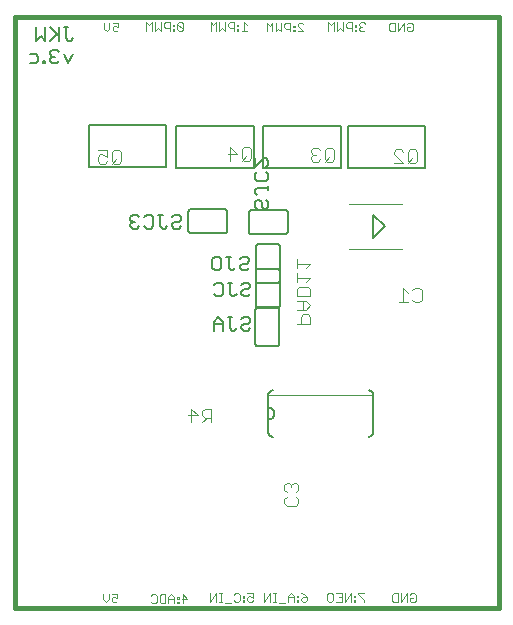
<source format=gbo>
G75*
%MOIN*%
%OFA0B0*%
%FSLAX24Y24*%
%IPPOS*%
%LPD*%
%AMOC8*
5,1,8,0,0,1.08239X$1,22.5*
%
%ADD10C,0.0160*%
%ADD11C,0.0030*%
%ADD12C,0.0060*%
%ADD13C,0.0080*%
%ADD14C,0.0040*%
%ADD15C,0.0020*%
%ADD16C,0.0050*%
D10*
X003348Y000180D02*
X019490Y000180D01*
X019490Y019865D01*
X003348Y019865D01*
X003348Y000180D01*
D11*
X006283Y000456D02*
X006283Y000649D01*
X006283Y000456D02*
X006380Y000359D01*
X006477Y000456D01*
X006477Y000649D01*
X006578Y000649D02*
X006771Y000649D01*
X006771Y000504D01*
X006674Y000553D01*
X006626Y000553D01*
X006578Y000504D01*
X006578Y000408D01*
X006626Y000359D01*
X006723Y000359D01*
X006771Y000408D01*
X007883Y000380D02*
X007932Y000332D01*
X008028Y000332D01*
X008077Y000380D01*
X008077Y000574D01*
X008028Y000622D01*
X007932Y000622D01*
X007883Y000574D01*
X008178Y000574D02*
X008178Y000380D01*
X008226Y000332D01*
X008371Y000332D01*
X008371Y000622D01*
X008226Y000622D01*
X008178Y000574D01*
X008473Y000525D02*
X008473Y000332D01*
X008473Y000477D02*
X008666Y000477D01*
X008666Y000525D02*
X008569Y000622D01*
X008473Y000525D01*
X008666Y000525D02*
X008666Y000332D01*
X008765Y000332D02*
X008813Y000332D01*
X008813Y000380D01*
X008765Y000380D01*
X008765Y000332D01*
X008765Y000477D02*
X008813Y000477D01*
X008813Y000525D01*
X008765Y000525D01*
X008765Y000477D01*
X008915Y000477D02*
X009108Y000477D01*
X008963Y000622D01*
X008963Y000332D01*
X009875Y000375D02*
X009875Y000665D01*
X010069Y000665D02*
X009875Y000375D01*
X010069Y000375D02*
X010069Y000665D01*
X010169Y000665D02*
X010265Y000665D01*
X010217Y000665D02*
X010217Y000375D01*
X010265Y000375D02*
X010169Y000375D01*
X010367Y000327D02*
X010560Y000327D01*
X010661Y000423D02*
X010710Y000375D01*
X010806Y000375D01*
X010855Y000423D01*
X010855Y000617D01*
X010806Y000665D01*
X010710Y000665D01*
X010661Y000617D01*
X010954Y000568D02*
X010954Y000520D01*
X011002Y000520D01*
X011002Y000568D01*
X010954Y000568D01*
X010954Y000423D02*
X010954Y000375D01*
X011002Y000375D01*
X011002Y000423D01*
X010954Y000423D01*
X011103Y000423D02*
X011152Y000375D01*
X011248Y000375D01*
X011297Y000423D01*
X011297Y000520D02*
X011200Y000568D01*
X011152Y000568D01*
X011103Y000520D01*
X011103Y000423D01*
X011297Y000520D02*
X011297Y000665D01*
X011103Y000665D01*
X011669Y000676D02*
X011669Y000386D01*
X011863Y000676D01*
X011863Y000386D01*
X011963Y000386D02*
X012059Y000386D01*
X012011Y000386D02*
X012011Y000676D01*
X012059Y000676D02*
X011963Y000676D01*
X012161Y000338D02*
X012354Y000338D01*
X012455Y000386D02*
X012455Y000580D01*
X012552Y000676D01*
X012649Y000580D01*
X012649Y000386D01*
X012748Y000386D02*
X012796Y000386D01*
X012796Y000434D01*
X012748Y000434D01*
X012748Y000386D01*
X012748Y000531D02*
X012796Y000531D01*
X012796Y000580D01*
X012748Y000580D01*
X012748Y000531D01*
X012649Y000531D02*
X012455Y000531D01*
X012897Y000483D02*
X012946Y000531D01*
X013091Y000531D01*
X013091Y000434D01*
X013042Y000386D01*
X012946Y000386D01*
X012897Y000434D01*
X012897Y000483D01*
X012994Y000628D02*
X012897Y000676D01*
X012994Y000628D02*
X013091Y000531D01*
X013765Y000621D02*
X013765Y000427D01*
X013814Y000379D01*
X013910Y000379D01*
X013959Y000427D01*
X013959Y000621D01*
X013910Y000669D01*
X013814Y000669D01*
X013765Y000621D01*
X014060Y000669D02*
X014253Y000669D01*
X014253Y000379D01*
X014060Y000379D01*
X014157Y000524D02*
X014253Y000524D01*
X014354Y000379D02*
X014354Y000669D01*
X014548Y000669D02*
X014354Y000379D01*
X014548Y000379D02*
X014548Y000669D01*
X014647Y000572D02*
X014647Y000524D01*
X014695Y000524D01*
X014695Y000572D01*
X014647Y000572D01*
X014647Y000427D02*
X014647Y000379D01*
X014695Y000379D01*
X014695Y000427D01*
X014647Y000427D01*
X014796Y000621D02*
X014990Y000427D01*
X014990Y000379D01*
X014990Y000669D02*
X014796Y000669D01*
X014796Y000621D01*
X015938Y000613D02*
X015938Y000419D01*
X015987Y000371D01*
X016132Y000371D01*
X016132Y000661D01*
X015987Y000661D01*
X015938Y000613D01*
X016233Y000661D02*
X016233Y000371D01*
X016427Y000661D01*
X016427Y000371D01*
X016528Y000419D02*
X016528Y000516D01*
X016624Y000516D01*
X016528Y000419D02*
X016576Y000371D01*
X016673Y000371D01*
X016721Y000419D01*
X016721Y000613D01*
X016673Y000661D01*
X016576Y000661D01*
X016528Y000613D01*
X016567Y019387D02*
X016470Y019387D01*
X016421Y019435D01*
X016421Y019532D01*
X016518Y019532D01*
X016421Y019629D02*
X016470Y019677D01*
X016567Y019677D01*
X016615Y019629D01*
X016615Y019435D01*
X016567Y019387D01*
X016320Y019387D02*
X016320Y019677D01*
X016127Y019387D01*
X016127Y019677D01*
X016026Y019677D02*
X015880Y019677D01*
X015832Y019629D01*
X015832Y019435D01*
X015880Y019387D01*
X016026Y019387D01*
X016026Y019677D01*
X015033Y019640D02*
X014985Y019689D01*
X014888Y019689D01*
X014840Y019640D01*
X014840Y019592D01*
X014888Y019544D01*
X014840Y019495D01*
X014840Y019447D01*
X014888Y019399D01*
X014985Y019399D01*
X015033Y019447D01*
X014937Y019544D02*
X014888Y019544D01*
X014739Y019544D02*
X014739Y019592D01*
X014690Y019592D01*
X014690Y019544D01*
X014739Y019544D01*
X014739Y019447D02*
X014739Y019399D01*
X014690Y019399D01*
X014690Y019447D01*
X014739Y019447D01*
X014591Y019495D02*
X014446Y019495D01*
X014398Y019544D01*
X014398Y019640D01*
X014446Y019689D01*
X014591Y019689D01*
X014591Y019399D01*
X014297Y019399D02*
X014200Y019495D01*
X014103Y019399D01*
X014103Y019689D01*
X014002Y019689D02*
X013905Y019592D01*
X013809Y019689D01*
X013809Y019399D01*
X014002Y019399D02*
X014002Y019689D01*
X014297Y019689D02*
X014297Y019399D01*
X012974Y019387D02*
X012781Y019580D01*
X012781Y019629D01*
X012829Y019677D01*
X012926Y019677D01*
X012974Y019629D01*
X012974Y019387D02*
X012781Y019387D01*
X012680Y019387D02*
X012680Y019435D01*
X012631Y019435D01*
X012631Y019387D01*
X012680Y019387D01*
X012680Y019532D02*
X012680Y019580D01*
X012631Y019580D01*
X012631Y019532D01*
X012680Y019532D01*
X012532Y019484D02*
X012387Y019484D01*
X012339Y019532D01*
X012339Y019629D01*
X012387Y019677D01*
X012532Y019677D01*
X012532Y019387D01*
X012238Y019387D02*
X012141Y019484D01*
X012044Y019387D01*
X012044Y019677D01*
X011943Y019677D02*
X011846Y019580D01*
X011749Y019677D01*
X011749Y019387D01*
X011943Y019387D02*
X011943Y019677D01*
X012238Y019677D02*
X012238Y019387D01*
X011104Y019410D02*
X010911Y019410D01*
X011007Y019410D02*
X011007Y019701D01*
X011104Y019604D01*
X010809Y019604D02*
X010809Y019556D01*
X010761Y019556D01*
X010761Y019604D01*
X010809Y019604D01*
X010809Y019459D02*
X010809Y019410D01*
X010761Y019410D01*
X010761Y019459D01*
X010809Y019459D01*
X010662Y019507D02*
X010517Y019507D01*
X010469Y019556D01*
X010469Y019652D01*
X010517Y019701D01*
X010662Y019701D01*
X010662Y019410D01*
X010368Y019410D02*
X010271Y019507D01*
X010174Y019410D01*
X010174Y019701D01*
X010073Y019701D02*
X009976Y019604D01*
X009879Y019701D01*
X009879Y019410D01*
X010073Y019410D02*
X010073Y019701D01*
X010368Y019701D02*
X010368Y019410D01*
X008962Y019459D02*
X008914Y019410D01*
X008817Y019410D01*
X008769Y019459D01*
X008769Y019652D01*
X008962Y019459D01*
X008962Y019652D01*
X008914Y019701D01*
X008817Y019701D01*
X008769Y019652D01*
X008668Y019604D02*
X008619Y019604D01*
X008619Y019556D01*
X008668Y019556D01*
X008668Y019604D01*
X008668Y019459D02*
X008668Y019410D01*
X008619Y019410D01*
X008619Y019459D01*
X008668Y019459D01*
X008520Y019507D02*
X008375Y019507D01*
X008327Y019556D01*
X008327Y019652D01*
X008375Y019701D01*
X008520Y019701D01*
X008520Y019410D01*
X008226Y019410D02*
X008226Y019701D01*
X008032Y019701D02*
X008032Y019410D01*
X008129Y019507D01*
X008226Y019410D01*
X007931Y019410D02*
X007931Y019701D01*
X007834Y019604D01*
X007738Y019701D01*
X007738Y019410D01*
X006805Y019435D02*
X006756Y019387D01*
X006659Y019387D01*
X006611Y019435D01*
X006611Y019532D01*
X006659Y019580D01*
X006708Y019580D01*
X006805Y019532D01*
X006805Y019677D01*
X006611Y019677D01*
X006510Y019677D02*
X006510Y019484D01*
X006413Y019387D01*
X006316Y019484D01*
X006316Y019677D01*
D12*
X005289Y019154D02*
X005215Y019080D01*
X005142Y019080D01*
X005069Y019154D01*
X005069Y019521D01*
X005142Y019521D02*
X004995Y019521D01*
X004828Y019521D02*
X004828Y019080D01*
X004828Y019227D02*
X004535Y019521D01*
X004368Y019521D02*
X004368Y019080D01*
X004221Y019227D01*
X004074Y019080D01*
X004074Y019521D01*
X004535Y019080D02*
X004755Y019301D01*
X004755Y018771D02*
X004608Y018771D01*
X004535Y018697D01*
X004535Y018624D01*
X004608Y018551D01*
X004535Y018477D01*
X004535Y018404D01*
X004608Y018330D01*
X004755Y018330D01*
X004828Y018404D01*
X004682Y018551D02*
X004608Y018551D01*
X004828Y018697D02*
X004755Y018771D01*
X004995Y018624D02*
X005142Y018330D01*
X005289Y018624D01*
X004368Y018404D02*
X004295Y018404D01*
X004295Y018330D01*
X004368Y018330D01*
X004368Y018404D01*
X004138Y018404D02*
X004138Y018551D01*
X004064Y018624D01*
X003844Y018624D01*
X003844Y018330D02*
X004064Y018330D01*
X004138Y018404D01*
X009240Y013468D02*
X010340Y013468D01*
X010357Y013466D01*
X010374Y013462D01*
X010390Y013455D01*
X010404Y013445D01*
X010417Y013432D01*
X010427Y013418D01*
X010434Y013402D01*
X010438Y013385D01*
X010440Y013368D01*
X010440Y012768D01*
X010438Y012751D01*
X010434Y012734D01*
X010427Y012718D01*
X010417Y012704D01*
X010404Y012691D01*
X010390Y012681D01*
X010374Y012674D01*
X010357Y012670D01*
X010340Y012668D01*
X009240Y012668D01*
X009223Y012670D01*
X009206Y012674D01*
X009190Y012681D01*
X009176Y012691D01*
X009163Y012704D01*
X009153Y012718D01*
X009146Y012734D01*
X009142Y012751D01*
X009140Y012768D01*
X009140Y013368D01*
X009142Y013385D01*
X009146Y013402D01*
X009153Y013418D01*
X009163Y013432D01*
X009176Y013445D01*
X009190Y013455D01*
X009206Y013462D01*
X009223Y013466D01*
X009240Y013468D01*
X011150Y013337D02*
X011150Y012737D01*
X011152Y012720D01*
X011156Y012703D01*
X011163Y012687D01*
X011173Y012673D01*
X011186Y012660D01*
X011200Y012650D01*
X011216Y012643D01*
X011233Y012639D01*
X011250Y012637D01*
X012350Y012637D01*
X012367Y012639D01*
X012384Y012643D01*
X012400Y012650D01*
X012414Y012660D01*
X012427Y012673D01*
X012437Y012687D01*
X012444Y012703D01*
X012448Y012720D01*
X012450Y012737D01*
X012450Y013337D01*
X012448Y013354D01*
X012444Y013371D01*
X012437Y013387D01*
X012427Y013401D01*
X012414Y013414D01*
X012400Y013424D01*
X012384Y013431D01*
X012367Y013435D01*
X012350Y013437D01*
X011250Y013437D01*
X011233Y013435D01*
X011216Y013431D01*
X011200Y013424D01*
X011186Y013414D01*
X011173Y013401D01*
X011163Y013387D01*
X011156Y013371D01*
X011152Y013354D01*
X011150Y013337D01*
X011486Y012305D02*
X012086Y012305D01*
X012103Y012303D01*
X012120Y012299D01*
X012136Y012292D01*
X012150Y012282D01*
X012163Y012269D01*
X012173Y012255D01*
X012180Y012239D01*
X012184Y012222D01*
X012186Y012205D01*
X012186Y011105D01*
X012184Y011088D01*
X012180Y011071D01*
X012173Y011055D01*
X012163Y011041D01*
X012150Y011028D01*
X012136Y011018D01*
X012120Y011011D01*
X012103Y011007D01*
X012086Y011005D01*
X011486Y011005D01*
X011469Y011007D01*
X011452Y011011D01*
X011436Y011018D01*
X011422Y011028D01*
X011409Y011041D01*
X011399Y011055D01*
X011392Y011071D01*
X011388Y011088D01*
X011386Y011105D01*
X011386Y012205D01*
X011388Y012222D01*
X011392Y012239D01*
X011399Y012255D01*
X011409Y012269D01*
X011422Y012282D01*
X011436Y012292D01*
X011452Y012299D01*
X011469Y012303D01*
X011486Y012305D01*
X011486Y011478D02*
X012086Y011478D01*
X012103Y011476D01*
X012120Y011472D01*
X012136Y011465D01*
X012150Y011455D01*
X012163Y011442D01*
X012173Y011428D01*
X012180Y011412D01*
X012184Y011395D01*
X012186Y011378D01*
X012186Y010278D01*
X012184Y010261D01*
X012180Y010244D01*
X012173Y010228D01*
X012163Y010214D01*
X012150Y010201D01*
X012136Y010191D01*
X012120Y010184D01*
X012103Y010180D01*
X012086Y010178D01*
X011486Y010178D01*
X011473Y010195D02*
X012073Y010195D01*
X012090Y010193D01*
X012107Y010189D01*
X012123Y010182D01*
X012137Y010172D01*
X012150Y010159D01*
X012160Y010145D01*
X012167Y010129D01*
X012171Y010112D01*
X012173Y010095D01*
X012173Y008995D01*
X012171Y008978D01*
X012167Y008961D01*
X012160Y008945D01*
X012150Y008931D01*
X012137Y008918D01*
X012123Y008908D01*
X012107Y008901D01*
X012090Y008897D01*
X012073Y008895D01*
X011473Y008895D01*
X011456Y008897D01*
X011439Y008901D01*
X011423Y008908D01*
X011409Y008918D01*
X011396Y008931D01*
X011386Y008945D01*
X011379Y008961D01*
X011375Y008978D01*
X011373Y008995D01*
X011373Y010095D01*
X011375Y010112D01*
X011379Y010129D01*
X011386Y010145D01*
X011396Y010159D01*
X011409Y010172D01*
X011423Y010182D01*
X011439Y010189D01*
X011456Y010193D01*
X011473Y010195D01*
X011486Y010178D02*
X011469Y010180D01*
X011452Y010184D01*
X011436Y010191D01*
X011422Y010201D01*
X011409Y010214D01*
X011399Y010228D01*
X011392Y010244D01*
X011388Y010261D01*
X011386Y010278D01*
X011386Y011378D01*
X011388Y011395D01*
X011392Y011412D01*
X011399Y011428D01*
X011409Y011442D01*
X011422Y011455D01*
X011436Y011465D01*
X011452Y011472D01*
X011469Y011476D01*
X011486Y011478D01*
X011802Y007273D02*
X011802Y006853D01*
X011802Y006453D01*
X011802Y006033D01*
X011804Y006010D01*
X011809Y005987D01*
X011818Y005965D01*
X011831Y005945D01*
X011846Y005927D01*
X011864Y005912D01*
X011884Y005899D01*
X011906Y005890D01*
X011929Y005885D01*
X011952Y005883D01*
X011802Y006453D02*
X011829Y006455D01*
X011856Y006460D01*
X011882Y006470D01*
X011906Y006482D01*
X011928Y006498D01*
X011948Y006516D01*
X011965Y006538D01*
X011980Y006561D01*
X011990Y006586D01*
X011998Y006612D01*
X012002Y006639D01*
X012002Y006667D01*
X011998Y006694D01*
X011990Y006720D01*
X011980Y006745D01*
X011965Y006768D01*
X011948Y006790D01*
X011928Y006808D01*
X011906Y006824D01*
X011882Y006836D01*
X011856Y006846D01*
X011829Y006851D01*
X011802Y006853D01*
X011802Y007273D02*
X011804Y007296D01*
X011809Y007319D01*
X011818Y007341D01*
X011831Y007361D01*
X011846Y007379D01*
X011864Y007394D01*
X011884Y007407D01*
X011906Y007416D01*
X011929Y007421D01*
X011952Y007423D01*
X015152Y007423D02*
X015175Y007421D01*
X015198Y007416D01*
X015220Y007407D01*
X015240Y007394D01*
X015258Y007379D01*
X015273Y007361D01*
X015286Y007341D01*
X015295Y007319D01*
X015300Y007296D01*
X015302Y007273D01*
X015302Y006033D01*
X015300Y006010D01*
X015295Y005987D01*
X015286Y005965D01*
X015273Y005945D01*
X015258Y005927D01*
X015240Y005912D01*
X015220Y005899D01*
X015198Y005890D01*
X015175Y005885D01*
X015152Y005883D01*
D13*
X015307Y012496D02*
X015307Y013284D01*
X015710Y012890D01*
X015307Y012496D01*
X014456Y014826D02*
X017036Y014826D01*
X017036Y016226D01*
X014456Y016226D01*
X014456Y014826D01*
X014221Y014826D02*
X011641Y014826D01*
X011641Y016226D01*
X014221Y016226D01*
X014221Y014826D01*
X011320Y014842D02*
X008739Y014842D01*
X008739Y016242D01*
X011320Y016242D01*
X011320Y014842D01*
X008402Y014858D02*
X005822Y014858D01*
X005822Y016258D01*
X008402Y016258D01*
X008402Y014858D01*
D14*
X006888Y015060D02*
X006811Y014983D01*
X006658Y014983D01*
X006581Y015060D01*
X006581Y015367D01*
X006658Y015443D01*
X006811Y015443D01*
X006888Y015367D01*
X006888Y015060D01*
X006734Y015136D02*
X006581Y014983D01*
X006428Y015060D02*
X006351Y014983D01*
X006197Y014983D01*
X006121Y015060D01*
X006121Y015213D01*
X006197Y015290D01*
X006274Y015290D01*
X006428Y015213D01*
X006428Y015443D01*
X006121Y015443D01*
X010458Y015312D02*
X010765Y015312D01*
X010535Y015543D01*
X010535Y015082D01*
X010918Y015082D02*
X011072Y015236D01*
X011148Y015082D02*
X011225Y015159D01*
X011225Y015466D01*
X011148Y015543D01*
X010995Y015543D01*
X010918Y015466D01*
X010918Y015159D01*
X010995Y015082D01*
X011148Y015082D01*
X013224Y015128D02*
X013301Y015051D01*
X013455Y015051D01*
X013531Y015128D01*
X013685Y015128D02*
X013685Y015435D01*
X013762Y015512D01*
X013915Y015512D01*
X013992Y015435D01*
X013992Y015128D01*
X013915Y015051D01*
X013762Y015051D01*
X013685Y015128D01*
X013685Y015051D02*
X013838Y015205D01*
X013531Y015435D02*
X013455Y015512D01*
X013301Y015512D01*
X013224Y015435D01*
X013224Y015358D01*
X013301Y015282D01*
X013224Y015205D01*
X013224Y015128D01*
X013301Y015282D02*
X013378Y015282D01*
X014493Y013640D02*
X016273Y013640D01*
X016296Y015001D02*
X015989Y015001D01*
X016296Y015001D02*
X015989Y015308D01*
X015989Y015385D01*
X016066Y015462D01*
X016220Y015462D01*
X016296Y015385D01*
X016450Y015385D02*
X016450Y015078D01*
X016527Y015001D01*
X016680Y015001D01*
X016757Y015078D01*
X016757Y015385D01*
X016680Y015462D01*
X016527Y015462D01*
X016450Y015385D01*
X016603Y015155D02*
X016450Y015001D01*
X016273Y012140D02*
X014493Y012140D01*
X013204Y011646D02*
X012744Y011646D01*
X012744Y011493D02*
X012744Y011800D01*
X013051Y011493D02*
X013204Y011646D01*
X013204Y011186D02*
X012744Y011186D01*
X012744Y011339D02*
X012744Y011032D01*
X012821Y010879D02*
X013128Y010879D01*
X013204Y010802D01*
X013204Y010572D01*
X012744Y010572D01*
X012744Y010802D01*
X012821Y010879D01*
X013051Y011032D02*
X013204Y011186D01*
X013051Y010418D02*
X012744Y010418D01*
X012744Y010112D02*
X013051Y010112D01*
X013204Y010265D01*
X013051Y010418D01*
X012974Y010418D02*
X012974Y010112D01*
X012974Y009958D02*
X012898Y009881D01*
X012898Y009651D01*
X012744Y009651D02*
X013204Y009651D01*
X013204Y009881D01*
X013128Y009958D01*
X012974Y009958D01*
X016146Y010375D02*
X016453Y010375D01*
X016299Y010375D02*
X016299Y010835D01*
X016453Y010682D01*
X016606Y010759D02*
X016683Y010835D01*
X016837Y010835D01*
X016913Y010759D01*
X016913Y010452D01*
X016837Y010375D01*
X016683Y010375D01*
X016606Y010452D01*
X012723Y004346D02*
X012647Y004346D01*
X012570Y004270D01*
X012493Y004346D01*
X012416Y004346D01*
X012340Y004270D01*
X012340Y004116D01*
X012416Y004040D01*
X012416Y003886D02*
X012340Y003809D01*
X012340Y003656D01*
X012416Y003579D01*
X012723Y003579D01*
X012800Y003656D01*
X012800Y003809D01*
X012723Y003886D01*
X012723Y004040D02*
X012800Y004116D01*
X012800Y004270D01*
X012723Y004346D01*
X012570Y004270D02*
X012570Y004193D01*
X009910Y006360D02*
X009910Y006820D01*
X009680Y006820D01*
X009603Y006743D01*
X009603Y006590D01*
X009680Y006513D01*
X009910Y006513D01*
X009757Y006513D02*
X009603Y006360D01*
X009450Y006590D02*
X009143Y006590D01*
X009220Y006360D02*
X009220Y006820D01*
X009450Y006590D01*
D15*
X011802Y007283D02*
X015302Y007283D01*
D16*
X011210Y009495D02*
X011134Y009420D01*
X010984Y009420D01*
X010909Y009495D01*
X010909Y009570D01*
X010984Y009645D01*
X011134Y009645D01*
X011210Y009720D01*
X011210Y009795D01*
X011134Y009870D01*
X010984Y009870D01*
X010909Y009795D01*
X010749Y009495D02*
X010674Y009420D01*
X010599Y009420D01*
X010524Y009495D01*
X010524Y009870D01*
X010599Y009870D02*
X010449Y009870D01*
X010289Y009720D02*
X010139Y009870D01*
X009988Y009720D01*
X009988Y009420D01*
X009988Y009645D02*
X010289Y009645D01*
X010289Y009720D02*
X010289Y009420D01*
X010211Y010568D02*
X010061Y010568D01*
X009985Y010643D01*
X010211Y010568D02*
X010286Y010643D01*
X010286Y010943D01*
X010211Y011018D01*
X010061Y011018D01*
X009985Y010943D01*
X010446Y011018D02*
X010596Y011018D01*
X010521Y011018D02*
X010521Y010643D01*
X010596Y010568D01*
X010671Y010568D01*
X010746Y010643D01*
X010906Y010643D02*
X010981Y010568D01*
X011131Y010568D01*
X011207Y010643D01*
X011131Y010793D02*
X010981Y010793D01*
X010906Y010718D01*
X010906Y010643D01*
X011131Y010793D02*
X011207Y010868D01*
X011207Y010943D01*
X011131Y011018D01*
X010981Y011018D01*
X010906Y010943D01*
X010938Y011428D02*
X011088Y011428D01*
X011163Y011503D01*
X011088Y011653D02*
X010938Y011653D01*
X010863Y011578D01*
X010863Y011503D01*
X010938Y011428D01*
X010703Y011503D02*
X010628Y011428D01*
X010553Y011428D01*
X010478Y011503D01*
X010478Y011878D01*
X010553Y011878D02*
X010403Y011878D01*
X010243Y011803D02*
X010243Y011503D01*
X010167Y011428D01*
X010017Y011428D01*
X009942Y011503D01*
X009942Y011803D01*
X010017Y011878D01*
X010167Y011878D01*
X010243Y011803D01*
X010863Y011803D02*
X010938Y011878D01*
X011088Y011878D01*
X011163Y011803D01*
X011163Y011728D01*
X011088Y011653D01*
X011427Y013477D02*
X011352Y013552D01*
X011352Y013702D01*
X011427Y013777D01*
X011502Y013777D01*
X011577Y013702D01*
X011577Y013552D01*
X011652Y013477D01*
X011727Y013477D01*
X011802Y013552D01*
X011802Y013702D01*
X011727Y013777D01*
X011802Y014087D02*
X011802Y014238D01*
X011802Y014162D02*
X011427Y014162D01*
X011352Y014087D01*
X011352Y014012D01*
X011427Y013937D01*
X011427Y014398D02*
X011352Y014473D01*
X011352Y014623D01*
X011427Y014698D01*
X011352Y014858D02*
X011652Y015158D01*
X011727Y015158D01*
X011802Y015083D01*
X011802Y014933D01*
X011727Y014858D01*
X011727Y014698D02*
X011802Y014623D01*
X011802Y014473D01*
X011727Y014398D01*
X011427Y014398D01*
X011352Y014858D02*
X011352Y015158D01*
X008891Y013188D02*
X008891Y013113D01*
X008816Y013038D01*
X008666Y013038D01*
X008591Y012963D01*
X008591Y012888D01*
X008666Y012813D01*
X008816Y012813D01*
X008891Y012888D01*
X008891Y013188D02*
X008816Y013263D01*
X008666Y013263D01*
X008591Y013188D01*
X008281Y013263D02*
X008131Y013263D01*
X008206Y013263D02*
X008206Y012888D01*
X008281Y012813D01*
X008356Y012813D01*
X008431Y012888D01*
X007971Y012888D02*
X007895Y012813D01*
X007745Y012813D01*
X007670Y012888D01*
X007510Y012888D02*
X007435Y012813D01*
X007285Y012813D01*
X007210Y012888D01*
X007210Y012963D01*
X007285Y013038D01*
X007360Y013038D01*
X007285Y013038D02*
X007210Y013113D01*
X007210Y013188D01*
X007285Y013263D01*
X007435Y013263D01*
X007510Y013188D01*
X007670Y013188D02*
X007745Y013263D01*
X007895Y013263D01*
X007971Y013188D01*
X007971Y012888D01*
M02*

</source>
